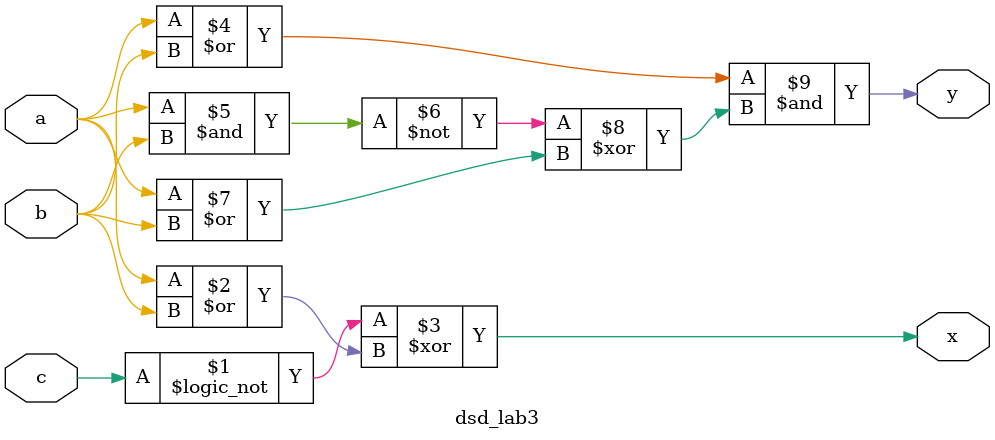
<source format=sv>
module dsd_lab3(
input wire a, 
input wire b, 
input wire c, 
output wire x, 
output wire y
);
assign x=!c^(a|b);
assign y= (a|b)&(~(a&b)^(a|b));
endmodule

</source>
